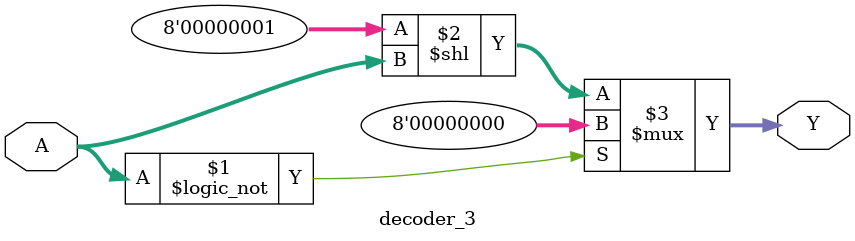
<source format=sv>
module decoder_3(
    input logic [2:0] A,
    output logic [7:0] Y
);
   assign Y = (A == 3'b000) ? 8'b0 : (8'b00000001 << A);// if writing to register Zero, dont enable any registers (Register zero is tied low and does not accept writes)
endmodule

</source>
